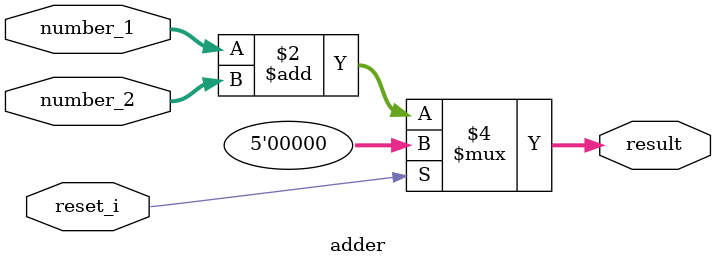
<source format=v>
module adder(input      [3:0]number_1, 
             input      [3:0]number_2,
             input           reset_i,
             output reg [4:0]result
                                 );
                                 
          always @(*) begin
                 if(reset_i)
                     result = 0;
                 
                 else
                     result = number_1 + number_2;
          end


endmodule


</source>
